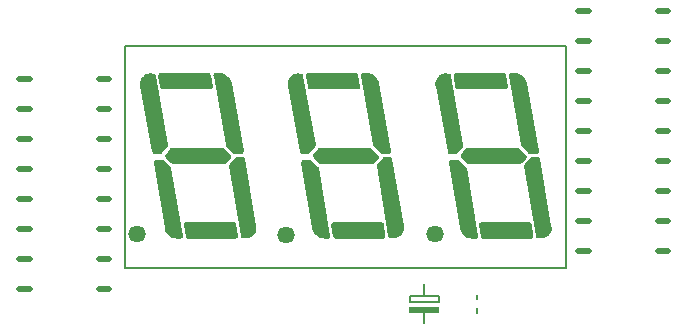
<source format=gbr>
G04 EAGLE Gerber RS-274X export*
G75*
%MOMM*%
%FSLAX34Y34*%
%LPD*%
%INSilkscreen Bottom*%
%IPPOS*%
%AMOC8*
5,1,8,0,0,1.08239X$1,22.5*%
G01*
%ADD10C,0.508000*%
%ADD11C,0.203200*%
%ADD12C,1.461000*%
%ADD13C,0.152400*%
%ADD14R,2.540000X0.508000*%

G36*
X344869Y153855D02*
X344869Y153855D01*
X346194Y154021D01*
X346264Y154037D01*
X346336Y154044D01*
X346574Y154108D01*
X346582Y154110D01*
X346584Y154111D01*
X346586Y154111D01*
X347850Y154541D01*
X347916Y154571D01*
X347985Y154592D01*
X348205Y154703D01*
X348213Y154706D01*
X348214Y154708D01*
X348217Y154709D01*
X349368Y155385D01*
X349426Y155427D01*
X349490Y155462D01*
X349684Y155615D01*
X349690Y155620D01*
X349691Y155621D01*
X349693Y155623D01*
X350685Y156517D01*
X350733Y156571D01*
X350788Y156617D01*
X350946Y156806D01*
X350952Y156812D01*
X350953Y156814D01*
X350955Y156816D01*
X351746Y157892D01*
X351782Y157954D01*
X351827Y158011D01*
X351944Y158228D01*
X351948Y158235D01*
X351949Y158236D01*
X351950Y158239D01*
X352508Y159452D01*
X352531Y159520D01*
X352563Y159585D01*
X352634Y159821D01*
X352637Y159829D01*
X352637Y159830D01*
X352638Y159833D01*
X352939Y161134D01*
X352948Y161205D01*
X352967Y161275D01*
X352989Y161521D01*
X352990Y161529D01*
X352990Y161531D01*
X352990Y161534D01*
X353023Y162868D01*
X353017Y162940D01*
X353021Y163012D01*
X352993Y163258D01*
X352993Y163265D01*
X352992Y163267D01*
X352992Y163270D01*
X352756Y164576D01*
X343185Y220870D01*
X343167Y220935D01*
X343158Y221001D01*
X343115Y221126D01*
X343079Y221254D01*
X343049Y221314D01*
X343027Y221377D01*
X342959Y221491D01*
X342899Y221609D01*
X342858Y221662D01*
X342823Y221719D01*
X342734Y221817D01*
X342652Y221921D01*
X342601Y221964D01*
X342556Y222014D01*
X342449Y222092D01*
X342347Y222178D01*
X342288Y222210D01*
X342234Y222249D01*
X342114Y222305D01*
X341998Y222368D01*
X341933Y222388D01*
X341873Y222416D01*
X341744Y222446D01*
X341617Y222485D01*
X341550Y222492D01*
X341485Y222507D01*
X341226Y222524D01*
X336578Y222524D01*
X336442Y222511D01*
X336306Y222506D01*
X336245Y222491D01*
X336182Y222484D01*
X336052Y222444D01*
X335919Y222412D01*
X335862Y222385D01*
X335801Y222366D01*
X335682Y222301D01*
X335559Y222243D01*
X335508Y222205D01*
X335452Y222175D01*
X335348Y222087D01*
X335239Y222005D01*
X335180Y221944D01*
X335148Y221917D01*
X335122Y221884D01*
X335059Y221818D01*
X330474Y216382D01*
X330402Y216277D01*
X330322Y216177D01*
X330290Y216113D01*
X330249Y216054D01*
X330199Y215936D01*
X330141Y215822D01*
X330122Y215753D01*
X330094Y215687D01*
X330069Y215562D01*
X330035Y215438D01*
X330030Y215367D01*
X330015Y215296D01*
X330016Y215169D01*
X330007Y215041D01*
X330016Y214943D01*
X330016Y214898D01*
X330024Y214860D01*
X330031Y214783D01*
X339634Y155589D01*
X339647Y155542D01*
X339652Y155494D01*
X339698Y155350D01*
X339737Y155204D01*
X339759Y155161D01*
X339773Y155115D01*
X339847Y154983D01*
X339915Y154848D01*
X339944Y154809D01*
X339968Y154767D01*
X340067Y154653D01*
X340160Y154534D01*
X340196Y154502D01*
X340228Y154466D01*
X340347Y154373D01*
X340462Y154275D01*
X340505Y154251D01*
X340543Y154222D01*
X340678Y154155D01*
X340811Y154082D01*
X340857Y154067D01*
X340900Y154046D01*
X341046Y154007D01*
X341190Y153962D01*
X341238Y153957D01*
X341285Y153944D01*
X341543Y153920D01*
X344569Y153840D01*
X344590Y153842D01*
X344610Y153840D01*
X344869Y153855D01*
G37*
G36*
X469869Y153855D02*
X469869Y153855D01*
X471194Y154021D01*
X471264Y154037D01*
X471336Y154044D01*
X471574Y154108D01*
X471582Y154110D01*
X471584Y154111D01*
X471586Y154111D01*
X472850Y154541D01*
X472916Y154571D01*
X472985Y154592D01*
X473205Y154703D01*
X473213Y154706D01*
X473214Y154708D01*
X473217Y154709D01*
X474368Y155385D01*
X474426Y155427D01*
X474490Y155462D01*
X474684Y155615D01*
X474690Y155620D01*
X474691Y155621D01*
X474693Y155623D01*
X475685Y156517D01*
X475733Y156571D01*
X475788Y156617D01*
X475946Y156806D01*
X475952Y156812D01*
X475953Y156814D01*
X475955Y156816D01*
X476746Y157892D01*
X476782Y157954D01*
X476827Y158011D01*
X476944Y158228D01*
X476948Y158235D01*
X476949Y158236D01*
X476950Y158239D01*
X477508Y159452D01*
X477531Y159520D01*
X477563Y159585D01*
X477634Y159821D01*
X477637Y159829D01*
X477637Y159830D01*
X477638Y159833D01*
X477939Y161134D01*
X477948Y161205D01*
X477967Y161275D01*
X477989Y161521D01*
X477990Y161529D01*
X477990Y161531D01*
X477990Y161534D01*
X478023Y162868D01*
X478017Y162940D01*
X478021Y163012D01*
X477993Y163258D01*
X477993Y163265D01*
X477992Y163267D01*
X477992Y163270D01*
X477756Y164576D01*
X468185Y220870D01*
X468167Y220935D01*
X468158Y221001D01*
X468115Y221126D01*
X468079Y221254D01*
X468049Y221314D01*
X468027Y221377D01*
X467959Y221491D01*
X467899Y221609D01*
X467858Y221662D01*
X467823Y221719D01*
X467734Y221817D01*
X467652Y221921D01*
X467601Y221964D01*
X467556Y222014D01*
X467449Y222092D01*
X467347Y222178D01*
X467288Y222210D01*
X467234Y222249D01*
X467114Y222305D01*
X466998Y222368D01*
X466933Y222388D01*
X466873Y222416D01*
X466744Y222446D01*
X466617Y222485D01*
X466550Y222492D01*
X466485Y222507D01*
X466226Y222524D01*
X461578Y222524D01*
X461442Y222511D01*
X461306Y222506D01*
X461245Y222491D01*
X461182Y222484D01*
X461052Y222444D01*
X460919Y222412D01*
X460862Y222385D01*
X460801Y222366D01*
X460682Y222301D01*
X460559Y222243D01*
X460508Y222205D01*
X460452Y222175D01*
X460348Y222087D01*
X460239Y222005D01*
X460180Y221944D01*
X460148Y221917D01*
X460122Y221884D01*
X460059Y221818D01*
X455474Y216382D01*
X455402Y216277D01*
X455322Y216177D01*
X455290Y216113D01*
X455249Y216054D01*
X455199Y215936D01*
X455141Y215822D01*
X455122Y215753D01*
X455094Y215687D01*
X455069Y215562D01*
X455035Y215438D01*
X455030Y215367D01*
X455015Y215296D01*
X455016Y215169D01*
X455007Y215041D01*
X455016Y214943D01*
X455016Y214898D01*
X455024Y214860D01*
X455031Y214783D01*
X464634Y155589D01*
X464647Y155542D01*
X464652Y155494D01*
X464698Y155350D01*
X464737Y155204D01*
X464759Y155161D01*
X464773Y155115D01*
X464847Y154983D01*
X464915Y154848D01*
X464944Y154809D01*
X464968Y154767D01*
X465067Y154653D01*
X465160Y154534D01*
X465196Y154502D01*
X465228Y154466D01*
X465347Y154373D01*
X465462Y154275D01*
X465505Y154251D01*
X465543Y154222D01*
X465678Y154155D01*
X465811Y154082D01*
X465857Y154067D01*
X465900Y154046D01*
X466046Y154007D01*
X466190Y153962D01*
X466238Y153957D01*
X466285Y153944D01*
X466543Y153920D01*
X469569Y153840D01*
X469590Y153842D01*
X469610Y153840D01*
X469869Y153855D01*
G37*
G36*
X594869Y153855D02*
X594869Y153855D01*
X596194Y154021D01*
X596264Y154037D01*
X596336Y154044D01*
X596574Y154108D01*
X596582Y154110D01*
X596584Y154111D01*
X596586Y154111D01*
X597850Y154541D01*
X597916Y154571D01*
X597985Y154592D01*
X598205Y154703D01*
X598213Y154706D01*
X598214Y154708D01*
X598217Y154709D01*
X599368Y155385D01*
X599426Y155427D01*
X599490Y155462D01*
X599684Y155615D01*
X599690Y155620D01*
X599691Y155621D01*
X599693Y155623D01*
X600685Y156517D01*
X600733Y156571D01*
X600788Y156617D01*
X600946Y156806D01*
X600952Y156812D01*
X600953Y156814D01*
X600955Y156816D01*
X601746Y157892D01*
X601782Y157954D01*
X601827Y158011D01*
X601944Y158228D01*
X601948Y158235D01*
X601949Y158236D01*
X601950Y158239D01*
X602508Y159452D01*
X602531Y159520D01*
X602563Y159585D01*
X602634Y159821D01*
X602637Y159829D01*
X602637Y159830D01*
X602638Y159833D01*
X602939Y161134D01*
X602948Y161205D01*
X602967Y161275D01*
X602989Y161521D01*
X602990Y161529D01*
X602990Y161531D01*
X602990Y161534D01*
X603023Y162868D01*
X603017Y162940D01*
X603021Y163012D01*
X602993Y163258D01*
X602993Y163265D01*
X602992Y163267D01*
X602992Y163270D01*
X602756Y164576D01*
X593185Y220870D01*
X593167Y220935D01*
X593158Y221001D01*
X593115Y221126D01*
X593079Y221254D01*
X593049Y221314D01*
X593027Y221377D01*
X592959Y221491D01*
X592899Y221609D01*
X592858Y221662D01*
X592823Y221719D01*
X592734Y221817D01*
X592652Y221921D01*
X592601Y221964D01*
X592556Y222014D01*
X592449Y222092D01*
X592347Y222178D01*
X592288Y222210D01*
X592234Y222249D01*
X592114Y222305D01*
X591998Y222368D01*
X591933Y222388D01*
X591873Y222416D01*
X591744Y222446D01*
X591617Y222485D01*
X591550Y222492D01*
X591485Y222507D01*
X591226Y222524D01*
X586578Y222524D01*
X586442Y222511D01*
X586306Y222506D01*
X586245Y222491D01*
X586182Y222484D01*
X586052Y222444D01*
X585919Y222412D01*
X585862Y222385D01*
X585801Y222366D01*
X585682Y222301D01*
X585559Y222243D01*
X585508Y222205D01*
X585452Y222175D01*
X585348Y222087D01*
X585239Y222005D01*
X585180Y221944D01*
X585148Y221917D01*
X585122Y221884D01*
X585059Y221818D01*
X580474Y216382D01*
X580402Y216277D01*
X580322Y216177D01*
X580290Y216113D01*
X580249Y216054D01*
X580199Y215936D01*
X580141Y215822D01*
X580122Y215753D01*
X580094Y215687D01*
X580069Y215562D01*
X580035Y215438D01*
X580030Y215367D01*
X580015Y215296D01*
X580016Y215169D01*
X580007Y215041D01*
X580016Y214943D01*
X580016Y214898D01*
X580024Y214860D01*
X580031Y214783D01*
X589634Y155589D01*
X589647Y155542D01*
X589652Y155494D01*
X589698Y155350D01*
X589737Y155204D01*
X589759Y155161D01*
X589773Y155115D01*
X589847Y154983D01*
X589915Y154848D01*
X589944Y154809D01*
X589968Y154767D01*
X590067Y154653D01*
X590160Y154534D01*
X590196Y154502D01*
X590228Y154466D01*
X590347Y154373D01*
X590462Y154275D01*
X590505Y154251D01*
X590543Y154222D01*
X590678Y154155D01*
X590811Y154082D01*
X590857Y154067D01*
X590900Y154046D01*
X591046Y154007D01*
X591190Y153962D01*
X591238Y153957D01*
X591285Y153944D01*
X591543Y153920D01*
X594569Y153840D01*
X594590Y153842D01*
X594610Y153840D01*
X594869Y153855D01*
G37*
G36*
X340254Y225156D02*
X340254Y225156D01*
X340261Y225156D01*
X340452Y225176D01*
X340643Y225196D01*
X340650Y225198D01*
X340657Y225198D01*
X340841Y225257D01*
X341024Y225314D01*
X341030Y225317D01*
X341036Y225319D01*
X341204Y225413D01*
X341373Y225505D01*
X341378Y225510D01*
X341384Y225513D01*
X341528Y225637D01*
X341677Y225763D01*
X341681Y225768D01*
X341686Y225773D01*
X341804Y225924D01*
X341923Y226075D01*
X341926Y226082D01*
X341931Y226087D01*
X342016Y226260D01*
X342102Y226431D01*
X342104Y226438D01*
X342107Y226444D01*
X342157Y226630D01*
X342207Y226815D01*
X342208Y226822D01*
X342209Y226829D01*
X342221Y227021D01*
X342233Y227213D01*
X342232Y227219D01*
X342233Y227226D01*
X342205Y227485D01*
X332175Y284977D01*
X332173Y284984D01*
X332172Y284992D01*
X332109Y285244D01*
X331574Y286904D01*
X331549Y286961D01*
X331532Y287022D01*
X331422Y287257D01*
X330578Y288783D01*
X330542Y288834D01*
X330514Y288890D01*
X330360Y289099D01*
X329238Y290434D01*
X329193Y290478D01*
X329155Y290527D01*
X328964Y290703D01*
X327606Y291797D01*
X327553Y291831D01*
X327506Y291873D01*
X327285Y292008D01*
X325741Y292820D01*
X325683Y292844D01*
X325629Y292875D01*
X325386Y292965D01*
X323715Y293465D01*
X323653Y293477D01*
X323594Y293497D01*
X323338Y293539D01*
X321602Y293708D01*
X321555Y293708D01*
X321410Y293717D01*
X318718Y293717D01*
X318711Y293717D01*
X318703Y293717D01*
X318512Y293697D01*
X318322Y293677D01*
X318315Y293675D01*
X318307Y293674D01*
X318124Y293616D01*
X317941Y293559D01*
X317935Y293556D01*
X317928Y293553D01*
X317761Y293460D01*
X317592Y293368D01*
X317587Y293363D01*
X317580Y293359D01*
X317434Y293234D01*
X317288Y293110D01*
X317284Y293105D01*
X317278Y293100D01*
X317160Y292947D01*
X317042Y292798D01*
X317039Y292791D01*
X317034Y292785D01*
X316949Y292613D01*
X316863Y292442D01*
X316861Y292435D01*
X316857Y292428D01*
X316808Y292243D01*
X316758Y292058D01*
X316757Y292050D01*
X316756Y292043D01*
X316745Y291853D01*
X316732Y291660D01*
X316733Y291653D01*
X316733Y291646D01*
X316761Y291387D01*
X327037Y232671D01*
X327052Y232615D01*
X327060Y232557D01*
X327106Y232424D01*
X327144Y232288D01*
X327171Y232236D01*
X327190Y232181D01*
X327262Y232059D01*
X327326Y231934D01*
X327362Y231888D01*
X327392Y231838D01*
X327559Y231639D01*
X333185Y225768D01*
X333241Y225720D01*
X333290Y225666D01*
X333392Y225591D01*
X333488Y225510D01*
X333552Y225474D01*
X333612Y225431D01*
X333726Y225378D01*
X333837Y225317D01*
X333907Y225295D01*
X333973Y225264D01*
X334096Y225235D01*
X334216Y225197D01*
X334290Y225190D01*
X334361Y225173D01*
X334600Y225157D01*
X334612Y225156D01*
X334616Y225156D01*
X334620Y225156D01*
X340247Y225156D01*
X340254Y225156D01*
G37*
G36*
X465254Y225156D02*
X465254Y225156D01*
X465261Y225156D01*
X465452Y225176D01*
X465643Y225196D01*
X465650Y225198D01*
X465657Y225198D01*
X465841Y225257D01*
X466024Y225314D01*
X466030Y225317D01*
X466036Y225319D01*
X466204Y225413D01*
X466373Y225505D01*
X466378Y225510D01*
X466384Y225513D01*
X466528Y225637D01*
X466677Y225763D01*
X466681Y225768D01*
X466686Y225773D01*
X466804Y225924D01*
X466923Y226075D01*
X466926Y226082D01*
X466931Y226087D01*
X467016Y226260D01*
X467102Y226431D01*
X467104Y226438D01*
X467107Y226444D01*
X467157Y226630D01*
X467207Y226815D01*
X467208Y226822D01*
X467209Y226829D01*
X467221Y227021D01*
X467233Y227213D01*
X467232Y227219D01*
X467233Y227226D01*
X467205Y227485D01*
X457175Y284977D01*
X457173Y284984D01*
X457172Y284992D01*
X457109Y285244D01*
X456574Y286904D01*
X456549Y286961D01*
X456532Y287022D01*
X456422Y287257D01*
X455578Y288783D01*
X455542Y288834D01*
X455514Y288890D01*
X455360Y289099D01*
X454238Y290434D01*
X454193Y290478D01*
X454155Y290527D01*
X453964Y290703D01*
X452606Y291797D01*
X452553Y291831D01*
X452506Y291873D01*
X452285Y292008D01*
X450741Y292820D01*
X450683Y292844D01*
X450629Y292875D01*
X450386Y292965D01*
X448715Y293465D01*
X448653Y293477D01*
X448594Y293497D01*
X448338Y293539D01*
X446602Y293708D01*
X446555Y293708D01*
X446410Y293717D01*
X443718Y293717D01*
X443711Y293717D01*
X443703Y293717D01*
X443512Y293697D01*
X443322Y293677D01*
X443315Y293675D01*
X443307Y293674D01*
X443124Y293616D01*
X442941Y293559D01*
X442935Y293556D01*
X442928Y293553D01*
X442761Y293460D01*
X442592Y293368D01*
X442587Y293363D01*
X442580Y293359D01*
X442434Y293234D01*
X442288Y293110D01*
X442284Y293105D01*
X442278Y293100D01*
X442160Y292947D01*
X442042Y292798D01*
X442039Y292791D01*
X442034Y292785D01*
X441949Y292613D01*
X441863Y292442D01*
X441861Y292435D01*
X441857Y292428D01*
X441808Y292243D01*
X441758Y292058D01*
X441757Y292050D01*
X441756Y292043D01*
X441745Y291853D01*
X441732Y291660D01*
X441733Y291653D01*
X441733Y291646D01*
X441761Y291387D01*
X452037Y232671D01*
X452052Y232615D01*
X452060Y232557D01*
X452106Y232424D01*
X452144Y232288D01*
X452171Y232236D01*
X452190Y232181D01*
X452262Y232059D01*
X452326Y231934D01*
X452362Y231888D01*
X452392Y231838D01*
X452559Y231639D01*
X458185Y225768D01*
X458241Y225720D01*
X458290Y225666D01*
X458392Y225591D01*
X458488Y225510D01*
X458552Y225474D01*
X458612Y225431D01*
X458726Y225378D01*
X458837Y225317D01*
X458907Y225295D01*
X458973Y225264D01*
X459096Y225235D01*
X459216Y225197D01*
X459290Y225190D01*
X459361Y225173D01*
X459600Y225157D01*
X459612Y225156D01*
X459616Y225156D01*
X459620Y225156D01*
X465247Y225156D01*
X465254Y225156D01*
G37*
G36*
X590254Y225156D02*
X590254Y225156D01*
X590261Y225156D01*
X590452Y225176D01*
X590643Y225196D01*
X590650Y225198D01*
X590657Y225198D01*
X590841Y225257D01*
X591024Y225314D01*
X591030Y225317D01*
X591036Y225319D01*
X591204Y225413D01*
X591373Y225505D01*
X591378Y225510D01*
X591384Y225513D01*
X591528Y225637D01*
X591677Y225763D01*
X591681Y225768D01*
X591686Y225773D01*
X591804Y225924D01*
X591923Y226075D01*
X591926Y226082D01*
X591931Y226087D01*
X592016Y226260D01*
X592102Y226431D01*
X592104Y226438D01*
X592107Y226444D01*
X592157Y226630D01*
X592207Y226815D01*
X592208Y226822D01*
X592209Y226829D01*
X592221Y227021D01*
X592233Y227213D01*
X592232Y227219D01*
X592233Y227226D01*
X592205Y227485D01*
X582175Y284977D01*
X582173Y284984D01*
X582172Y284992D01*
X582109Y285244D01*
X581574Y286904D01*
X581549Y286961D01*
X581532Y287022D01*
X581422Y287257D01*
X580578Y288783D01*
X580542Y288834D01*
X580514Y288890D01*
X580360Y289099D01*
X579238Y290434D01*
X579193Y290478D01*
X579155Y290527D01*
X578964Y290703D01*
X577606Y291797D01*
X577553Y291831D01*
X577506Y291873D01*
X577285Y292008D01*
X575741Y292820D01*
X575683Y292844D01*
X575629Y292875D01*
X575386Y292965D01*
X573715Y293465D01*
X573653Y293477D01*
X573594Y293497D01*
X573338Y293539D01*
X571602Y293708D01*
X571555Y293708D01*
X571410Y293717D01*
X568718Y293717D01*
X568711Y293717D01*
X568703Y293717D01*
X568512Y293697D01*
X568322Y293677D01*
X568315Y293675D01*
X568307Y293674D01*
X568124Y293616D01*
X567941Y293559D01*
X567935Y293556D01*
X567928Y293553D01*
X567761Y293460D01*
X567592Y293368D01*
X567587Y293363D01*
X567580Y293359D01*
X567434Y293234D01*
X567288Y293110D01*
X567284Y293105D01*
X567278Y293100D01*
X567160Y292947D01*
X567042Y292798D01*
X567039Y292791D01*
X567034Y292785D01*
X566949Y292613D01*
X566863Y292442D01*
X566861Y292435D01*
X566857Y292428D01*
X566808Y292243D01*
X566758Y292058D01*
X566757Y292050D01*
X566756Y292043D01*
X566745Y291853D01*
X566732Y291660D01*
X566733Y291653D01*
X566733Y291646D01*
X566761Y291387D01*
X577037Y232671D01*
X577052Y232615D01*
X577060Y232557D01*
X577106Y232424D01*
X577144Y232288D01*
X577171Y232236D01*
X577190Y232181D01*
X577262Y232059D01*
X577326Y231934D01*
X577362Y231888D01*
X577392Y231838D01*
X577559Y231639D01*
X583185Y225768D01*
X583241Y225720D01*
X583290Y225666D01*
X583392Y225591D01*
X583488Y225510D01*
X583552Y225474D01*
X583612Y225431D01*
X583726Y225378D01*
X583837Y225317D01*
X583907Y225295D01*
X583973Y225264D01*
X584096Y225235D01*
X584216Y225197D01*
X584290Y225190D01*
X584361Y225173D01*
X584600Y225157D01*
X584612Y225156D01*
X584616Y225156D01*
X584620Y225156D01*
X590247Y225156D01*
X590254Y225156D01*
G37*
G36*
X396808Y225169D02*
X396808Y225169D01*
X396944Y225174D01*
X397005Y225189D01*
X397068Y225196D01*
X397198Y225236D01*
X397331Y225268D01*
X397388Y225295D01*
X397449Y225314D01*
X397568Y225379D01*
X397691Y225437D01*
X397742Y225475D01*
X397798Y225505D01*
X397902Y225593D01*
X398011Y225675D01*
X398070Y225736D01*
X398102Y225763D01*
X398128Y225796D01*
X398191Y225862D01*
X402776Y231298D01*
X402856Y231414D01*
X402942Y231526D01*
X402968Y231578D01*
X403001Y231626D01*
X403056Y231756D01*
X403118Y231883D01*
X403133Y231939D01*
X403156Y231993D01*
X403184Y232132D01*
X403220Y232268D01*
X403223Y232326D01*
X403235Y232384D01*
X403234Y232525D01*
X403242Y232666D01*
X403234Y232743D01*
X403234Y232782D01*
X403225Y232826D01*
X403214Y232924D01*
X392878Y291629D01*
X392869Y291662D01*
X392865Y291697D01*
X392815Y291853D01*
X392770Y292012D01*
X392754Y292043D01*
X392744Y292076D01*
X392663Y292220D01*
X392588Y292366D01*
X392566Y292393D01*
X392549Y292424D01*
X392442Y292548D01*
X392339Y292677D01*
X392312Y292699D01*
X392289Y292725D01*
X392159Y292826D01*
X392033Y292931D01*
X392002Y292948D01*
X391974Y292969D01*
X391827Y293042D01*
X391682Y293120D01*
X391648Y293130D01*
X391617Y293145D01*
X391458Y293187D01*
X391301Y293235D01*
X391266Y293238D01*
X391232Y293247D01*
X390974Y293271D01*
X387948Y293351D01*
X387927Y293349D01*
X387907Y293351D01*
X387648Y293336D01*
X386323Y293170D01*
X386253Y293154D01*
X386181Y293147D01*
X385943Y293083D01*
X385935Y293081D01*
X385933Y293081D01*
X385931Y293080D01*
X384666Y292650D01*
X384601Y292620D01*
X384532Y292599D01*
X384311Y292488D01*
X384304Y292485D01*
X384303Y292484D01*
X384300Y292483D01*
X383149Y291807D01*
X383090Y291764D01*
X383027Y291730D01*
X382834Y291577D01*
X382827Y291572D01*
X382826Y291570D01*
X382823Y291569D01*
X381832Y290674D01*
X381784Y290621D01*
X381729Y290574D01*
X381570Y290386D01*
X381564Y290379D01*
X381563Y290378D01*
X381562Y290376D01*
X380771Y289300D01*
X380734Y289238D01*
X380690Y289181D01*
X380572Y288963D01*
X380568Y288957D01*
X380568Y288955D01*
X380566Y288953D01*
X380009Y287740D01*
X379985Y287671D01*
X379953Y287607D01*
X379882Y287370D01*
X379879Y287363D01*
X379879Y287361D01*
X379878Y287358D01*
X379577Y286057D01*
X379568Y285986D01*
X379550Y285916D01*
X379527Y285670D01*
X379526Y285662D01*
X379526Y285661D01*
X379526Y285658D01*
X379493Y284323D01*
X379499Y284251D01*
X379495Y284179D01*
X379523Y283933D01*
X379523Y283926D01*
X379524Y283924D01*
X379524Y283921D01*
X379761Y282607D01*
X379762Y282604D01*
X379763Y282599D01*
X390070Y226782D01*
X390085Y226731D01*
X390092Y226679D01*
X390140Y226541D01*
X390181Y226400D01*
X390206Y226353D01*
X390223Y226303D01*
X390298Y226177D01*
X390366Y226047D01*
X390400Y226006D01*
X390427Y225961D01*
X390525Y225852D01*
X390618Y225739D01*
X390659Y225705D01*
X390694Y225666D01*
X390813Y225579D01*
X390926Y225487D01*
X390973Y225462D01*
X391016Y225431D01*
X391149Y225369D01*
X391278Y225301D01*
X391329Y225286D01*
X391377Y225264D01*
X391520Y225230D01*
X391661Y225189D01*
X391713Y225185D01*
X391765Y225173D01*
X392024Y225156D01*
X396672Y225156D01*
X396808Y225169D01*
G37*
G36*
X271808Y225169D02*
X271808Y225169D01*
X271944Y225174D01*
X272005Y225189D01*
X272068Y225196D01*
X272198Y225236D01*
X272331Y225268D01*
X272388Y225295D01*
X272449Y225314D01*
X272568Y225379D01*
X272691Y225437D01*
X272742Y225475D01*
X272798Y225505D01*
X272902Y225593D01*
X273011Y225675D01*
X273070Y225736D01*
X273102Y225763D01*
X273128Y225796D01*
X273191Y225862D01*
X277776Y231298D01*
X277856Y231414D01*
X277942Y231526D01*
X277968Y231578D01*
X278001Y231626D01*
X278056Y231756D01*
X278118Y231883D01*
X278133Y231939D01*
X278156Y231993D01*
X278184Y232132D01*
X278220Y232268D01*
X278223Y232326D01*
X278235Y232384D01*
X278234Y232525D01*
X278242Y232666D01*
X278234Y232743D01*
X278234Y232782D01*
X278225Y232826D01*
X278214Y232924D01*
X267878Y291629D01*
X267869Y291662D01*
X267865Y291697D01*
X267815Y291853D01*
X267770Y292012D01*
X267754Y292043D01*
X267744Y292076D01*
X267663Y292220D01*
X267588Y292366D01*
X267566Y292393D01*
X267549Y292424D01*
X267442Y292548D01*
X267339Y292677D01*
X267312Y292699D01*
X267289Y292725D01*
X267159Y292826D01*
X267033Y292931D01*
X267002Y292948D01*
X266974Y292969D01*
X266827Y293042D01*
X266682Y293120D01*
X266648Y293130D01*
X266617Y293145D01*
X266458Y293187D01*
X266301Y293235D01*
X266266Y293238D01*
X266232Y293247D01*
X265974Y293271D01*
X262948Y293351D01*
X262927Y293349D01*
X262907Y293351D01*
X262648Y293336D01*
X261323Y293170D01*
X261253Y293154D01*
X261181Y293147D01*
X260943Y293083D01*
X260935Y293081D01*
X260933Y293081D01*
X260931Y293080D01*
X259666Y292650D01*
X259601Y292620D01*
X259532Y292599D01*
X259311Y292488D01*
X259304Y292485D01*
X259303Y292484D01*
X259300Y292483D01*
X258149Y291807D01*
X258090Y291764D01*
X258027Y291730D01*
X257834Y291577D01*
X257827Y291572D01*
X257826Y291570D01*
X257823Y291569D01*
X256832Y290674D01*
X256784Y290621D01*
X256729Y290574D01*
X256570Y290386D01*
X256564Y290379D01*
X256563Y290378D01*
X256562Y290376D01*
X255771Y289300D01*
X255734Y289238D01*
X255690Y289181D01*
X255572Y288963D01*
X255568Y288957D01*
X255568Y288955D01*
X255566Y288953D01*
X255009Y287740D01*
X254985Y287671D01*
X254953Y287607D01*
X254882Y287370D01*
X254879Y287363D01*
X254879Y287361D01*
X254878Y287358D01*
X254577Y286057D01*
X254568Y285986D01*
X254550Y285916D01*
X254527Y285670D01*
X254526Y285662D01*
X254526Y285661D01*
X254526Y285658D01*
X254493Y284323D01*
X254499Y284251D01*
X254495Y284179D01*
X254523Y283933D01*
X254523Y283926D01*
X254524Y283924D01*
X254524Y283921D01*
X254761Y282607D01*
X254762Y282604D01*
X254763Y282599D01*
X265070Y226782D01*
X265085Y226731D01*
X265092Y226679D01*
X265140Y226541D01*
X265181Y226400D01*
X265206Y226353D01*
X265223Y226303D01*
X265298Y226177D01*
X265366Y226047D01*
X265400Y226006D01*
X265427Y225961D01*
X265525Y225852D01*
X265618Y225739D01*
X265659Y225705D01*
X265694Y225666D01*
X265813Y225579D01*
X265926Y225487D01*
X265973Y225462D01*
X266016Y225431D01*
X266149Y225369D01*
X266278Y225301D01*
X266329Y225286D01*
X266377Y225264D01*
X266520Y225230D01*
X266661Y225189D01*
X266713Y225185D01*
X266765Y225173D01*
X267024Y225156D01*
X271672Y225156D01*
X271808Y225169D01*
G37*
G36*
X521808Y225169D02*
X521808Y225169D01*
X521944Y225174D01*
X522005Y225189D01*
X522068Y225196D01*
X522198Y225236D01*
X522331Y225268D01*
X522388Y225295D01*
X522449Y225314D01*
X522568Y225379D01*
X522691Y225437D01*
X522742Y225475D01*
X522798Y225505D01*
X522902Y225593D01*
X523011Y225675D01*
X523070Y225736D01*
X523102Y225763D01*
X523128Y225796D01*
X523191Y225862D01*
X527776Y231298D01*
X527856Y231414D01*
X527942Y231526D01*
X527968Y231578D01*
X528001Y231626D01*
X528056Y231756D01*
X528118Y231883D01*
X528133Y231939D01*
X528156Y231993D01*
X528184Y232132D01*
X528220Y232268D01*
X528223Y232326D01*
X528235Y232384D01*
X528234Y232525D01*
X528242Y232666D01*
X528234Y232743D01*
X528234Y232782D01*
X528225Y232826D01*
X528214Y232924D01*
X517878Y291629D01*
X517869Y291662D01*
X517865Y291697D01*
X517815Y291853D01*
X517770Y292012D01*
X517754Y292043D01*
X517744Y292076D01*
X517663Y292220D01*
X517588Y292366D01*
X517566Y292393D01*
X517549Y292424D01*
X517442Y292548D01*
X517339Y292677D01*
X517312Y292699D01*
X517289Y292725D01*
X517159Y292826D01*
X517033Y292931D01*
X517002Y292948D01*
X516974Y292969D01*
X516827Y293042D01*
X516682Y293120D01*
X516648Y293130D01*
X516617Y293145D01*
X516458Y293187D01*
X516301Y293235D01*
X516266Y293238D01*
X516232Y293247D01*
X515974Y293271D01*
X512948Y293351D01*
X512927Y293349D01*
X512907Y293351D01*
X512648Y293336D01*
X511323Y293170D01*
X511253Y293154D01*
X511181Y293147D01*
X510943Y293083D01*
X510935Y293081D01*
X510933Y293081D01*
X510931Y293080D01*
X509666Y292650D01*
X509601Y292620D01*
X509532Y292599D01*
X509311Y292488D01*
X509304Y292485D01*
X509303Y292484D01*
X509300Y292483D01*
X508149Y291807D01*
X508090Y291764D01*
X508027Y291730D01*
X507834Y291577D01*
X507827Y291572D01*
X507826Y291570D01*
X507823Y291569D01*
X506832Y290674D01*
X506784Y290621D01*
X506729Y290574D01*
X506570Y290386D01*
X506564Y290379D01*
X506563Y290378D01*
X506562Y290376D01*
X505771Y289300D01*
X505734Y289238D01*
X505690Y289181D01*
X505572Y288963D01*
X505568Y288957D01*
X505568Y288955D01*
X505566Y288953D01*
X505009Y287740D01*
X504985Y287671D01*
X504953Y287607D01*
X504882Y287370D01*
X504879Y287363D01*
X504879Y287361D01*
X504878Y287358D01*
X504577Y286057D01*
X504568Y285986D01*
X504550Y285916D01*
X504527Y285670D01*
X504526Y285662D01*
X504526Y285661D01*
X504526Y285658D01*
X504493Y284323D01*
X504499Y284251D01*
X504495Y284179D01*
X504523Y283933D01*
X504523Y283926D01*
X504524Y283924D01*
X504524Y283921D01*
X504761Y282607D01*
X504762Y282604D01*
X504763Y282599D01*
X515070Y226782D01*
X515085Y226731D01*
X515092Y226679D01*
X515140Y226541D01*
X515181Y226400D01*
X515206Y226353D01*
X515223Y226303D01*
X515298Y226177D01*
X515366Y226047D01*
X515400Y226006D01*
X515427Y225961D01*
X515525Y225852D01*
X515618Y225739D01*
X515659Y225705D01*
X515694Y225666D01*
X515813Y225579D01*
X515926Y225487D01*
X515973Y225462D01*
X516016Y225431D01*
X516149Y225369D01*
X516278Y225301D01*
X516329Y225286D01*
X516377Y225264D01*
X516520Y225230D01*
X516661Y225189D01*
X516713Y225185D01*
X516765Y225173D01*
X517024Y225156D01*
X521672Y225156D01*
X521808Y225169D01*
G37*
G36*
X288802Y153474D02*
X288802Y153474D01*
X288805Y153474D01*
X289001Y153494D01*
X289194Y153514D01*
X289198Y153515D01*
X289201Y153515D01*
X289388Y153574D01*
X289575Y153632D01*
X289578Y153633D01*
X289581Y153635D01*
X289750Y153728D01*
X289924Y153823D01*
X289926Y153826D01*
X289930Y153827D01*
X290074Y153950D01*
X290228Y154081D01*
X290230Y154083D01*
X290233Y154086D01*
X290350Y154236D01*
X290474Y154393D01*
X290476Y154397D01*
X290478Y154399D01*
X290564Y154572D01*
X290653Y154749D01*
X290654Y154752D01*
X290656Y154756D01*
X290706Y154943D01*
X290758Y155133D01*
X290758Y155137D01*
X290759Y155140D01*
X290771Y155336D01*
X290784Y155531D01*
X290784Y155534D01*
X290784Y155538D01*
X290757Y155796D01*
X280971Y213044D01*
X280949Y213124D01*
X280936Y213207D01*
X280896Y213316D01*
X280865Y213428D01*
X280827Y213502D01*
X280798Y213580D01*
X280737Y213679D01*
X280684Y213783D01*
X280632Y213848D01*
X280588Y213919D01*
X280457Y214068D01*
X280437Y214095D01*
X280428Y214101D01*
X280417Y214114D01*
X275035Y219496D01*
X274995Y219529D01*
X274960Y219568D01*
X274841Y219655D01*
X274727Y219748D01*
X274681Y219773D01*
X274638Y219803D01*
X274505Y219865D01*
X274374Y219934D01*
X274324Y219948D01*
X274277Y219970D01*
X274134Y220004D01*
X273992Y220045D01*
X273940Y220049D01*
X273889Y220061D01*
X273630Y220078D01*
X268003Y220078D01*
X267673Y220045D01*
X267607Y220038D01*
X267362Y219962D01*
X267226Y219920D01*
X267080Y219840D01*
X266877Y219729D01*
X266603Y219496D01*
X266573Y219471D01*
X266461Y219329D01*
X266327Y219159D01*
X266148Y218803D01*
X266077Y218543D01*
X266043Y218419D01*
X266017Y218021D01*
X266043Y217763D01*
X275339Y162228D01*
X275343Y162214D01*
X275344Y162199D01*
X275407Y161947D01*
X275942Y160287D01*
X275967Y160230D01*
X275984Y160169D01*
X276094Y159934D01*
X276938Y158408D01*
X276974Y158357D01*
X277003Y158301D01*
X277156Y158091D01*
X278278Y156757D01*
X278323Y156713D01*
X278362Y156663D01*
X278553Y156488D01*
X279911Y155394D01*
X279963Y155360D01*
X280011Y155318D01*
X280232Y155183D01*
X281775Y154371D01*
X281834Y154347D01*
X281888Y154316D01*
X282131Y154225D01*
X283802Y153726D01*
X283864Y153714D01*
X283923Y153694D01*
X284179Y153652D01*
X285915Y153483D01*
X285962Y153483D01*
X286107Y153474D01*
X288798Y153474D01*
X288802Y153474D01*
G37*
G36*
X413802Y153474D02*
X413802Y153474D01*
X413805Y153474D01*
X414001Y153494D01*
X414194Y153514D01*
X414198Y153515D01*
X414201Y153515D01*
X414388Y153574D01*
X414575Y153632D01*
X414578Y153633D01*
X414581Y153635D01*
X414750Y153728D01*
X414924Y153823D01*
X414926Y153826D01*
X414930Y153827D01*
X415074Y153950D01*
X415228Y154081D01*
X415230Y154083D01*
X415233Y154086D01*
X415350Y154236D01*
X415474Y154393D01*
X415476Y154397D01*
X415478Y154399D01*
X415564Y154572D01*
X415653Y154749D01*
X415654Y154752D01*
X415656Y154756D01*
X415706Y154943D01*
X415758Y155133D01*
X415758Y155137D01*
X415759Y155140D01*
X415771Y155336D01*
X415784Y155531D01*
X415784Y155534D01*
X415784Y155538D01*
X415757Y155796D01*
X405971Y213044D01*
X405949Y213124D01*
X405936Y213207D01*
X405896Y213316D01*
X405865Y213428D01*
X405827Y213502D01*
X405798Y213580D01*
X405737Y213679D01*
X405684Y213783D01*
X405632Y213848D01*
X405588Y213919D01*
X405457Y214068D01*
X405437Y214095D01*
X405428Y214101D01*
X405417Y214114D01*
X400035Y219496D01*
X399995Y219529D01*
X399960Y219568D01*
X399841Y219655D01*
X399727Y219748D01*
X399681Y219773D01*
X399638Y219803D01*
X399505Y219865D01*
X399374Y219934D01*
X399324Y219948D01*
X399277Y219970D01*
X399134Y220004D01*
X398992Y220045D01*
X398940Y220049D01*
X398889Y220061D01*
X398630Y220078D01*
X393003Y220078D01*
X392673Y220045D01*
X392607Y220038D01*
X392362Y219962D01*
X392226Y219920D01*
X392080Y219840D01*
X391877Y219729D01*
X391603Y219496D01*
X391573Y219471D01*
X391461Y219329D01*
X391327Y219159D01*
X391148Y218803D01*
X391077Y218543D01*
X391043Y218419D01*
X391017Y218021D01*
X391043Y217763D01*
X400339Y162228D01*
X400343Y162214D01*
X400344Y162199D01*
X400407Y161947D01*
X400942Y160287D01*
X400967Y160230D01*
X400984Y160169D01*
X401094Y159934D01*
X401938Y158408D01*
X401974Y158357D01*
X402003Y158301D01*
X402156Y158091D01*
X403278Y156757D01*
X403323Y156713D01*
X403362Y156663D01*
X403553Y156488D01*
X404911Y155394D01*
X404963Y155360D01*
X405011Y155318D01*
X405232Y155183D01*
X406775Y154371D01*
X406834Y154347D01*
X406888Y154316D01*
X407131Y154225D01*
X408802Y153726D01*
X408864Y153714D01*
X408923Y153694D01*
X409179Y153652D01*
X410915Y153483D01*
X410962Y153483D01*
X411107Y153474D01*
X413798Y153474D01*
X413802Y153474D01*
G37*
G36*
X538802Y153474D02*
X538802Y153474D01*
X538805Y153474D01*
X539001Y153494D01*
X539194Y153514D01*
X539198Y153515D01*
X539201Y153515D01*
X539388Y153574D01*
X539575Y153632D01*
X539578Y153633D01*
X539581Y153635D01*
X539750Y153728D01*
X539924Y153823D01*
X539926Y153826D01*
X539930Y153827D01*
X540074Y153950D01*
X540228Y154081D01*
X540230Y154083D01*
X540233Y154086D01*
X540350Y154236D01*
X540474Y154393D01*
X540476Y154397D01*
X540478Y154399D01*
X540564Y154572D01*
X540653Y154749D01*
X540654Y154752D01*
X540656Y154756D01*
X540706Y154943D01*
X540758Y155133D01*
X540758Y155137D01*
X540759Y155140D01*
X540771Y155336D01*
X540784Y155531D01*
X540784Y155534D01*
X540784Y155538D01*
X540757Y155796D01*
X530971Y213044D01*
X530949Y213124D01*
X530936Y213207D01*
X530896Y213316D01*
X530865Y213428D01*
X530827Y213502D01*
X530798Y213580D01*
X530737Y213679D01*
X530684Y213783D01*
X530632Y213848D01*
X530588Y213919D01*
X530457Y214068D01*
X530437Y214095D01*
X530428Y214101D01*
X530417Y214114D01*
X525035Y219496D01*
X524995Y219529D01*
X524960Y219568D01*
X524841Y219655D01*
X524727Y219748D01*
X524681Y219773D01*
X524638Y219803D01*
X524505Y219865D01*
X524374Y219934D01*
X524324Y219948D01*
X524277Y219970D01*
X524134Y220004D01*
X523992Y220045D01*
X523940Y220049D01*
X523889Y220061D01*
X523630Y220078D01*
X518003Y220078D01*
X517673Y220045D01*
X517607Y220038D01*
X517362Y219962D01*
X517226Y219920D01*
X517080Y219840D01*
X516877Y219729D01*
X516603Y219496D01*
X516573Y219471D01*
X516461Y219329D01*
X516327Y219159D01*
X516148Y218803D01*
X516077Y218543D01*
X516043Y218419D01*
X516017Y218021D01*
X516043Y217763D01*
X525339Y162228D01*
X525343Y162214D01*
X525344Y162199D01*
X525407Y161947D01*
X525942Y160287D01*
X525967Y160230D01*
X525984Y160169D01*
X526094Y159934D01*
X526938Y158408D01*
X526974Y158357D01*
X527003Y158301D01*
X527156Y158091D01*
X528278Y156757D01*
X528323Y156713D01*
X528362Y156663D01*
X528553Y156488D01*
X529911Y155394D01*
X529963Y155360D01*
X530011Y155318D01*
X530232Y155183D01*
X531775Y154371D01*
X531834Y154347D01*
X531888Y154316D01*
X532131Y154225D01*
X533802Y153726D01*
X533864Y153714D01*
X533923Y153694D01*
X534179Y153652D01*
X535915Y153483D01*
X535962Y153483D01*
X536107Y153474D01*
X538798Y153474D01*
X538802Y153474D01*
G37*
G36*
X451354Y216843D02*
X451354Y216843D01*
X451406Y216841D01*
X451552Y216863D01*
X451698Y216878D01*
X451748Y216893D01*
X451800Y216901D01*
X451938Y216952D01*
X452079Y216996D01*
X452124Y217021D01*
X452173Y217039D01*
X452298Y217116D01*
X452428Y217187D01*
X452468Y217221D01*
X452512Y217249D01*
X452707Y217420D01*
X456377Y221090D01*
X456399Y221117D01*
X456426Y221140D01*
X456525Y221271D01*
X456629Y221398D01*
X456645Y221429D01*
X456667Y221457D01*
X456738Y221605D01*
X456815Y221751D01*
X456824Y221784D01*
X456840Y221816D01*
X456880Y221975D01*
X456926Y222133D01*
X456929Y222168D01*
X456937Y222202D01*
X456945Y222366D01*
X456959Y222530D01*
X456955Y222564D01*
X456957Y222599D01*
X456932Y222762D01*
X456912Y222925D01*
X456901Y222958D01*
X456896Y222993D01*
X456839Y223147D01*
X456787Y223303D01*
X456770Y223334D01*
X456758Y223366D01*
X456671Y223506D01*
X456590Y223649D01*
X456567Y223675D01*
X456548Y223705D01*
X456377Y223900D01*
X450261Y230016D01*
X450221Y230049D01*
X450186Y230088D01*
X450067Y230175D01*
X449953Y230268D01*
X449907Y230293D01*
X449864Y230323D01*
X449731Y230385D01*
X449600Y230454D01*
X449550Y230468D01*
X449503Y230490D01*
X449360Y230524D01*
X449218Y230565D01*
X449166Y230569D01*
X449115Y230581D01*
X448856Y230598D01*
X406703Y230598D01*
X406686Y230597D01*
X406669Y230598D01*
X406488Y230577D01*
X406307Y230558D01*
X406291Y230553D01*
X406274Y230551D01*
X406100Y230494D01*
X405926Y230440D01*
X405912Y230432D01*
X405896Y230427D01*
X405738Y230337D01*
X405577Y230249D01*
X405564Y230238D01*
X405550Y230229D01*
X405413Y230110D01*
X405273Y229991D01*
X405263Y229978D01*
X405250Y229967D01*
X405086Y229766D01*
X401416Y224628D01*
X401394Y224590D01*
X401367Y224556D01*
X401295Y224418D01*
X401218Y224282D01*
X401204Y224241D01*
X401185Y224203D01*
X401142Y224052D01*
X401093Y223904D01*
X401088Y223861D01*
X401076Y223819D01*
X401065Y223664D01*
X401046Y223509D01*
X401050Y223465D01*
X401046Y223422D01*
X401066Y223268D01*
X401079Y223112D01*
X401091Y223070D01*
X401096Y223027D01*
X401146Y222880D01*
X401190Y222730D01*
X401210Y222691D01*
X401224Y222650D01*
X401303Y222515D01*
X401375Y222377D01*
X401403Y222343D01*
X401425Y222306D01*
X401590Y222106D01*
X405994Y217458D01*
X406054Y217407D01*
X406107Y217348D01*
X406205Y217277D01*
X406296Y217198D01*
X406365Y217159D01*
X406429Y217113D01*
X406538Y217062D01*
X406643Y217003D01*
X406719Y216979D01*
X406790Y216946D01*
X406907Y216918D01*
X407022Y216881D01*
X407101Y216873D01*
X407178Y216855D01*
X407393Y216841D01*
X407418Y216838D01*
X407425Y216839D01*
X407437Y216838D01*
X451302Y216838D01*
X451354Y216843D01*
G37*
G36*
X576354Y216843D02*
X576354Y216843D01*
X576406Y216841D01*
X576552Y216863D01*
X576698Y216878D01*
X576748Y216893D01*
X576800Y216901D01*
X576938Y216952D01*
X577079Y216996D01*
X577124Y217021D01*
X577173Y217039D01*
X577298Y217116D01*
X577428Y217187D01*
X577468Y217221D01*
X577512Y217249D01*
X577707Y217420D01*
X581377Y221090D01*
X581399Y221117D01*
X581426Y221140D01*
X581525Y221271D01*
X581629Y221398D01*
X581645Y221429D01*
X581667Y221457D01*
X581738Y221605D01*
X581815Y221751D01*
X581824Y221784D01*
X581840Y221816D01*
X581880Y221975D01*
X581926Y222133D01*
X581929Y222168D01*
X581937Y222202D01*
X581945Y222366D01*
X581959Y222530D01*
X581955Y222564D01*
X581957Y222599D01*
X581932Y222762D01*
X581912Y222925D01*
X581901Y222958D01*
X581896Y222993D01*
X581839Y223147D01*
X581787Y223303D01*
X581770Y223334D01*
X581758Y223366D01*
X581671Y223506D01*
X581590Y223649D01*
X581567Y223675D01*
X581548Y223705D01*
X581377Y223900D01*
X575261Y230016D01*
X575221Y230049D01*
X575186Y230088D01*
X575067Y230175D01*
X574953Y230268D01*
X574907Y230293D01*
X574864Y230323D01*
X574731Y230385D01*
X574600Y230454D01*
X574550Y230468D01*
X574503Y230490D01*
X574360Y230524D01*
X574218Y230565D01*
X574166Y230569D01*
X574115Y230581D01*
X573856Y230598D01*
X531703Y230598D01*
X531686Y230597D01*
X531669Y230598D01*
X531488Y230577D01*
X531307Y230558D01*
X531291Y230553D01*
X531274Y230551D01*
X531100Y230494D01*
X530926Y230440D01*
X530912Y230432D01*
X530896Y230427D01*
X530738Y230337D01*
X530577Y230249D01*
X530564Y230238D01*
X530550Y230229D01*
X530413Y230110D01*
X530273Y229991D01*
X530263Y229978D01*
X530250Y229967D01*
X530086Y229766D01*
X526416Y224628D01*
X526394Y224590D01*
X526367Y224556D01*
X526295Y224418D01*
X526218Y224282D01*
X526204Y224241D01*
X526185Y224203D01*
X526142Y224052D01*
X526093Y223904D01*
X526088Y223861D01*
X526076Y223819D01*
X526065Y223664D01*
X526046Y223509D01*
X526050Y223465D01*
X526046Y223422D01*
X526066Y223268D01*
X526079Y223112D01*
X526091Y223070D01*
X526096Y223027D01*
X526146Y222880D01*
X526190Y222730D01*
X526210Y222691D01*
X526224Y222650D01*
X526303Y222515D01*
X526375Y222377D01*
X526403Y222343D01*
X526425Y222306D01*
X526590Y222106D01*
X530994Y217458D01*
X531054Y217407D01*
X531107Y217348D01*
X531205Y217277D01*
X531296Y217198D01*
X531365Y217159D01*
X531429Y217113D01*
X531538Y217062D01*
X531643Y217003D01*
X531719Y216979D01*
X531790Y216946D01*
X531907Y216918D01*
X532022Y216881D01*
X532101Y216873D01*
X532178Y216855D01*
X532393Y216841D01*
X532418Y216838D01*
X532425Y216839D01*
X532437Y216838D01*
X576302Y216838D01*
X576354Y216843D01*
G37*
G36*
X326354Y216843D02*
X326354Y216843D01*
X326406Y216841D01*
X326552Y216863D01*
X326698Y216878D01*
X326748Y216893D01*
X326800Y216901D01*
X326938Y216952D01*
X327079Y216996D01*
X327124Y217021D01*
X327173Y217039D01*
X327298Y217116D01*
X327428Y217187D01*
X327468Y217221D01*
X327512Y217249D01*
X327707Y217420D01*
X331377Y221090D01*
X331399Y221117D01*
X331426Y221140D01*
X331525Y221271D01*
X331629Y221398D01*
X331645Y221429D01*
X331667Y221457D01*
X331738Y221605D01*
X331815Y221751D01*
X331824Y221784D01*
X331840Y221816D01*
X331880Y221975D01*
X331926Y222133D01*
X331929Y222168D01*
X331937Y222202D01*
X331945Y222366D01*
X331959Y222530D01*
X331955Y222564D01*
X331957Y222599D01*
X331932Y222762D01*
X331912Y222925D01*
X331901Y222958D01*
X331896Y222993D01*
X331839Y223147D01*
X331787Y223303D01*
X331770Y223334D01*
X331758Y223366D01*
X331671Y223506D01*
X331590Y223649D01*
X331567Y223675D01*
X331548Y223705D01*
X331377Y223900D01*
X325261Y230016D01*
X325221Y230049D01*
X325186Y230088D01*
X325067Y230175D01*
X324953Y230268D01*
X324907Y230293D01*
X324864Y230323D01*
X324731Y230385D01*
X324600Y230454D01*
X324550Y230468D01*
X324503Y230490D01*
X324360Y230524D01*
X324218Y230565D01*
X324166Y230569D01*
X324115Y230581D01*
X323856Y230598D01*
X281703Y230598D01*
X281686Y230597D01*
X281669Y230598D01*
X281488Y230577D01*
X281307Y230558D01*
X281291Y230553D01*
X281274Y230551D01*
X281100Y230494D01*
X280926Y230440D01*
X280912Y230432D01*
X280896Y230427D01*
X280738Y230337D01*
X280577Y230249D01*
X280564Y230238D01*
X280550Y230229D01*
X280413Y230110D01*
X280273Y229991D01*
X280263Y229978D01*
X280250Y229967D01*
X280086Y229766D01*
X276416Y224628D01*
X276394Y224590D01*
X276367Y224556D01*
X276295Y224418D01*
X276218Y224282D01*
X276204Y224241D01*
X276185Y224203D01*
X276142Y224052D01*
X276093Y223904D01*
X276088Y223861D01*
X276076Y223819D01*
X276065Y223664D01*
X276046Y223509D01*
X276050Y223465D01*
X276046Y223422D01*
X276066Y223268D01*
X276079Y223112D01*
X276091Y223070D01*
X276096Y223027D01*
X276146Y222880D01*
X276190Y222730D01*
X276210Y222691D01*
X276224Y222650D01*
X276303Y222515D01*
X276375Y222377D01*
X276403Y222343D01*
X276425Y222306D01*
X276590Y222106D01*
X280994Y217458D01*
X281054Y217407D01*
X281107Y217348D01*
X281205Y217277D01*
X281296Y217198D01*
X281365Y217159D01*
X281429Y217113D01*
X281538Y217062D01*
X281643Y217003D01*
X281719Y216979D01*
X281790Y216946D01*
X281907Y216918D01*
X282022Y216881D01*
X282101Y216873D01*
X282178Y216855D01*
X282393Y216841D01*
X282418Y216838D01*
X282425Y216839D01*
X282437Y216838D01*
X326302Y216838D01*
X326354Y216843D01*
G37*
G36*
X439077Y279958D02*
X439077Y279958D01*
X439085Y279957D01*
X439276Y279978D01*
X439466Y279997D01*
X439473Y279999D01*
X439481Y280000D01*
X439664Y280058D01*
X439847Y280115D01*
X439853Y280118D01*
X439860Y280121D01*
X440026Y280213D01*
X440196Y280306D01*
X440201Y280311D01*
X440208Y280315D01*
X440352Y280439D01*
X440500Y280564D01*
X440504Y280569D01*
X440510Y280574D01*
X440628Y280726D01*
X440746Y280876D01*
X440749Y280883D01*
X440754Y280889D01*
X440839Y281060D01*
X440925Y281232D01*
X440927Y281239D01*
X440931Y281246D01*
X440979Y281429D01*
X441030Y281616D01*
X441031Y281624D01*
X441032Y281631D01*
X441044Y281822D01*
X441056Y282014D01*
X441055Y282021D01*
X441055Y282028D01*
X441028Y282286D01*
X439316Y292072D01*
X439299Y292133D01*
X439290Y292194D01*
X439245Y292324D01*
X439208Y292456D01*
X439180Y292511D01*
X439159Y292570D01*
X439089Y292688D01*
X439026Y292810D01*
X438987Y292859D01*
X438955Y292912D01*
X438863Y293014D01*
X438777Y293121D01*
X438729Y293161D01*
X438688Y293207D01*
X438577Y293288D01*
X438471Y293376D01*
X438417Y293406D01*
X438366Y293442D01*
X438242Y293500D01*
X438121Y293565D01*
X438061Y293583D01*
X438005Y293609D01*
X437871Y293641D01*
X437740Y293680D01*
X437678Y293686D01*
X437617Y293700D01*
X437358Y293717D01*
X397162Y293717D01*
X397005Y293701D01*
X396847Y293692D01*
X396807Y293681D01*
X396766Y293677D01*
X396615Y293630D01*
X396462Y293590D01*
X396425Y293572D01*
X396385Y293559D01*
X396246Y293483D01*
X396105Y293413D01*
X396073Y293388D01*
X396036Y293368D01*
X395915Y293265D01*
X395791Y293168D01*
X395764Y293137D01*
X395732Y293110D01*
X395634Y292986D01*
X395532Y292866D01*
X395512Y292830D01*
X395486Y292798D01*
X395415Y292656D01*
X395338Y292518D01*
X395325Y292479D01*
X395307Y292442D01*
X395265Y292289D01*
X395217Y292139D01*
X395213Y292098D01*
X395202Y292058D01*
X395192Y291900D01*
X395175Y291743D01*
X395178Y291690D01*
X395176Y291660D01*
X395182Y291613D01*
X395190Y291484D01*
X396413Y281698D01*
X396438Y281590D01*
X396453Y281480D01*
X396482Y281396D01*
X396502Y281309D01*
X396548Y281208D01*
X396584Y281104D01*
X396630Y281028D01*
X396666Y280947D01*
X396731Y280857D01*
X396788Y280762D01*
X396847Y280696D01*
X396900Y280624D01*
X396981Y280549D01*
X397055Y280467D01*
X397127Y280414D01*
X397193Y280354D01*
X397287Y280297D01*
X397377Y280232D01*
X397457Y280194D01*
X397533Y280148D01*
X397638Y280111D01*
X397738Y280065D01*
X397825Y280045D01*
X397909Y280015D01*
X398018Y279999D01*
X398126Y279974D01*
X398255Y279965D01*
X398303Y279958D01*
X398332Y279960D01*
X398385Y279957D01*
X439070Y279957D01*
X439077Y279958D01*
G37*
G36*
X564077Y279958D02*
X564077Y279958D01*
X564085Y279957D01*
X564276Y279978D01*
X564466Y279997D01*
X564473Y279999D01*
X564481Y280000D01*
X564664Y280058D01*
X564847Y280115D01*
X564853Y280118D01*
X564860Y280121D01*
X565026Y280213D01*
X565196Y280306D01*
X565201Y280311D01*
X565208Y280315D01*
X565352Y280439D01*
X565500Y280564D01*
X565504Y280569D01*
X565510Y280574D01*
X565628Y280726D01*
X565746Y280876D01*
X565749Y280883D01*
X565754Y280889D01*
X565839Y281060D01*
X565925Y281232D01*
X565927Y281239D01*
X565931Y281246D01*
X565979Y281429D01*
X566030Y281616D01*
X566031Y281624D01*
X566032Y281631D01*
X566044Y281822D01*
X566056Y282014D01*
X566055Y282021D01*
X566055Y282028D01*
X566028Y282286D01*
X564316Y292072D01*
X564299Y292133D01*
X564290Y292194D01*
X564245Y292324D01*
X564208Y292456D01*
X564180Y292511D01*
X564159Y292570D01*
X564089Y292688D01*
X564026Y292810D01*
X563987Y292859D01*
X563955Y292912D01*
X563863Y293014D01*
X563777Y293121D01*
X563729Y293161D01*
X563688Y293207D01*
X563577Y293288D01*
X563471Y293376D01*
X563417Y293406D01*
X563366Y293442D01*
X563242Y293500D01*
X563121Y293565D01*
X563061Y293583D01*
X563005Y293609D01*
X562871Y293641D01*
X562740Y293680D01*
X562678Y293686D01*
X562617Y293700D01*
X562358Y293717D01*
X522162Y293717D01*
X522005Y293701D01*
X521847Y293692D01*
X521807Y293681D01*
X521766Y293677D01*
X521615Y293630D01*
X521462Y293590D01*
X521425Y293572D01*
X521385Y293559D01*
X521246Y293483D01*
X521105Y293413D01*
X521073Y293388D01*
X521036Y293368D01*
X520915Y293265D01*
X520791Y293168D01*
X520764Y293137D01*
X520732Y293110D01*
X520634Y292986D01*
X520532Y292866D01*
X520512Y292830D01*
X520486Y292798D01*
X520415Y292656D01*
X520338Y292518D01*
X520325Y292479D01*
X520307Y292442D01*
X520265Y292289D01*
X520217Y292139D01*
X520213Y292098D01*
X520202Y292058D01*
X520192Y291900D01*
X520175Y291743D01*
X520178Y291690D01*
X520176Y291660D01*
X520182Y291613D01*
X520190Y291484D01*
X521413Y281698D01*
X521438Y281590D01*
X521453Y281480D01*
X521482Y281396D01*
X521502Y281309D01*
X521548Y281208D01*
X521584Y281104D01*
X521630Y281028D01*
X521666Y280947D01*
X521731Y280857D01*
X521788Y280762D01*
X521847Y280696D01*
X521900Y280624D01*
X521981Y280549D01*
X522055Y280467D01*
X522127Y280414D01*
X522193Y280354D01*
X522287Y280297D01*
X522377Y280232D01*
X522457Y280194D01*
X522533Y280148D01*
X522638Y280111D01*
X522738Y280065D01*
X522825Y280045D01*
X522909Y280015D01*
X523018Y279999D01*
X523126Y279974D01*
X523255Y279965D01*
X523303Y279958D01*
X523332Y279960D01*
X523385Y279957D01*
X564070Y279957D01*
X564077Y279958D01*
G37*
G36*
X314077Y279958D02*
X314077Y279958D01*
X314085Y279957D01*
X314276Y279978D01*
X314466Y279997D01*
X314473Y279999D01*
X314481Y280000D01*
X314664Y280058D01*
X314847Y280115D01*
X314853Y280118D01*
X314860Y280121D01*
X315026Y280213D01*
X315196Y280306D01*
X315201Y280311D01*
X315208Y280315D01*
X315352Y280439D01*
X315500Y280564D01*
X315504Y280569D01*
X315510Y280574D01*
X315628Y280726D01*
X315746Y280876D01*
X315749Y280883D01*
X315754Y280889D01*
X315839Y281060D01*
X315925Y281232D01*
X315927Y281239D01*
X315931Y281246D01*
X315979Y281429D01*
X316030Y281616D01*
X316031Y281624D01*
X316032Y281631D01*
X316044Y281822D01*
X316056Y282014D01*
X316055Y282021D01*
X316055Y282028D01*
X316028Y282286D01*
X314316Y292072D01*
X314299Y292133D01*
X314290Y292194D01*
X314245Y292324D01*
X314208Y292456D01*
X314180Y292511D01*
X314159Y292570D01*
X314089Y292688D01*
X314026Y292810D01*
X313987Y292859D01*
X313955Y292912D01*
X313863Y293014D01*
X313777Y293121D01*
X313729Y293161D01*
X313688Y293207D01*
X313577Y293288D01*
X313471Y293376D01*
X313417Y293406D01*
X313366Y293442D01*
X313242Y293500D01*
X313121Y293565D01*
X313061Y293583D01*
X313005Y293609D01*
X312871Y293641D01*
X312740Y293680D01*
X312678Y293686D01*
X312617Y293700D01*
X312358Y293717D01*
X272162Y293717D01*
X272005Y293701D01*
X271847Y293692D01*
X271807Y293681D01*
X271766Y293677D01*
X271615Y293630D01*
X271462Y293590D01*
X271425Y293572D01*
X271385Y293559D01*
X271246Y293483D01*
X271105Y293413D01*
X271073Y293388D01*
X271036Y293368D01*
X270915Y293265D01*
X270791Y293168D01*
X270764Y293137D01*
X270732Y293110D01*
X270634Y292986D01*
X270532Y292866D01*
X270512Y292830D01*
X270486Y292798D01*
X270415Y292656D01*
X270338Y292518D01*
X270325Y292479D01*
X270307Y292442D01*
X270265Y292289D01*
X270217Y292139D01*
X270213Y292098D01*
X270202Y292058D01*
X270192Y291900D01*
X270175Y291743D01*
X270178Y291690D01*
X270176Y291660D01*
X270182Y291613D01*
X270190Y291484D01*
X271413Y281698D01*
X271438Y281590D01*
X271453Y281480D01*
X271482Y281396D01*
X271502Y281309D01*
X271548Y281208D01*
X271584Y281104D01*
X271630Y281028D01*
X271666Y280947D01*
X271731Y280857D01*
X271788Y280762D01*
X271847Y280696D01*
X271900Y280624D01*
X271981Y280549D01*
X272055Y280467D01*
X272127Y280414D01*
X272193Y280354D01*
X272287Y280297D01*
X272377Y280232D01*
X272457Y280194D01*
X272533Y280148D01*
X272638Y280111D01*
X272738Y280065D01*
X272825Y280045D01*
X272909Y280015D01*
X273018Y279999D01*
X273126Y279974D01*
X273255Y279965D01*
X273303Y279958D01*
X273332Y279960D01*
X273385Y279957D01*
X314070Y279957D01*
X314077Y279958D01*
G37*
G36*
X335511Y153490D02*
X335511Y153490D01*
X335669Y153499D01*
X335709Y153510D01*
X335750Y153514D01*
X335901Y153561D01*
X336054Y153601D01*
X336091Y153620D01*
X336131Y153632D01*
X336270Y153708D01*
X336411Y153778D01*
X336443Y153803D01*
X336480Y153823D01*
X336601Y153926D01*
X336725Y154023D01*
X336752Y154054D01*
X336784Y154081D01*
X336882Y154205D01*
X336984Y154325D01*
X337005Y154361D01*
X337030Y154393D01*
X337101Y154535D01*
X337178Y154673D01*
X337191Y154712D01*
X337209Y154749D01*
X337251Y154902D01*
X337299Y155052D01*
X337303Y155093D01*
X337314Y155133D01*
X337324Y155291D01*
X337341Y155448D01*
X337338Y155501D01*
X337340Y155531D01*
X337334Y155578D01*
X337326Y155707D01*
X336103Y165493D01*
X336078Y165601D01*
X336063Y165711D01*
X336034Y165795D01*
X336014Y165882D01*
X335968Y165983D01*
X335932Y166087D01*
X335887Y166163D01*
X335850Y166244D01*
X335785Y166334D01*
X335728Y166429D01*
X335669Y166495D01*
X335616Y166567D01*
X335535Y166642D01*
X335461Y166724D01*
X335389Y166777D01*
X335323Y166837D01*
X335229Y166894D01*
X335139Y166959D01*
X335059Y166997D01*
X334983Y167043D01*
X334878Y167080D01*
X334778Y167126D01*
X334691Y167146D01*
X334607Y167176D01*
X334498Y167192D01*
X334390Y167217D01*
X334261Y167226D01*
X334213Y167233D01*
X334184Y167231D01*
X334131Y167234D01*
X293446Y167234D01*
X293439Y167234D01*
X293431Y167234D01*
X293240Y167214D01*
X293050Y167194D01*
X293043Y167192D01*
X293035Y167191D01*
X292852Y167133D01*
X292669Y167076D01*
X292663Y167073D01*
X292656Y167070D01*
X292490Y166978D01*
X292320Y166885D01*
X292315Y166880D01*
X292308Y166876D01*
X292164Y166752D01*
X292016Y166627D01*
X292012Y166622D01*
X292006Y166617D01*
X291888Y166465D01*
X291770Y166315D01*
X291767Y166308D01*
X291762Y166302D01*
X291677Y166131D01*
X291591Y165959D01*
X291589Y165952D01*
X291585Y165945D01*
X291537Y165762D01*
X291486Y165575D01*
X291485Y165567D01*
X291484Y165560D01*
X291473Y165369D01*
X291460Y165177D01*
X291461Y165170D01*
X291461Y165163D01*
X291488Y164905D01*
X293200Y155119D01*
X293217Y155058D01*
X293226Y154997D01*
X293271Y154867D01*
X293308Y154735D01*
X293336Y154680D01*
X293357Y154621D01*
X293427Y154503D01*
X293490Y154381D01*
X293529Y154332D01*
X293561Y154279D01*
X293653Y154177D01*
X293739Y154070D01*
X293787Y154030D01*
X293828Y153984D01*
X293939Y153903D01*
X294045Y153815D01*
X294099Y153785D01*
X294150Y153749D01*
X294274Y153691D01*
X294395Y153626D01*
X294455Y153608D01*
X294511Y153582D01*
X294645Y153550D01*
X294776Y153511D01*
X294838Y153505D01*
X294899Y153491D01*
X295158Y153474D01*
X335354Y153474D01*
X335511Y153490D01*
G37*
G36*
X460511Y153490D02*
X460511Y153490D01*
X460669Y153499D01*
X460709Y153510D01*
X460750Y153514D01*
X460901Y153561D01*
X461054Y153601D01*
X461091Y153620D01*
X461131Y153632D01*
X461270Y153708D01*
X461411Y153778D01*
X461443Y153803D01*
X461480Y153823D01*
X461601Y153926D01*
X461725Y154023D01*
X461752Y154054D01*
X461784Y154081D01*
X461882Y154205D01*
X461984Y154325D01*
X462005Y154361D01*
X462030Y154393D01*
X462101Y154535D01*
X462178Y154673D01*
X462191Y154712D01*
X462209Y154749D01*
X462251Y154902D01*
X462299Y155052D01*
X462303Y155093D01*
X462314Y155133D01*
X462324Y155291D01*
X462341Y155448D01*
X462338Y155501D01*
X462340Y155531D01*
X462334Y155578D01*
X462326Y155707D01*
X461103Y165493D01*
X461078Y165601D01*
X461063Y165711D01*
X461034Y165795D01*
X461014Y165882D01*
X460968Y165983D01*
X460932Y166087D01*
X460887Y166163D01*
X460850Y166244D01*
X460785Y166334D01*
X460728Y166429D01*
X460669Y166495D01*
X460616Y166567D01*
X460535Y166642D01*
X460461Y166724D01*
X460389Y166777D01*
X460323Y166837D01*
X460229Y166894D01*
X460139Y166959D01*
X460059Y166997D01*
X459983Y167043D01*
X459878Y167080D01*
X459778Y167126D01*
X459691Y167146D01*
X459607Y167176D01*
X459498Y167192D01*
X459390Y167217D01*
X459261Y167226D01*
X459213Y167233D01*
X459184Y167231D01*
X459131Y167234D01*
X418446Y167234D01*
X418439Y167234D01*
X418431Y167234D01*
X418240Y167214D01*
X418050Y167194D01*
X418043Y167192D01*
X418035Y167191D01*
X417852Y167133D01*
X417669Y167076D01*
X417663Y167073D01*
X417656Y167070D01*
X417490Y166978D01*
X417320Y166885D01*
X417315Y166880D01*
X417308Y166876D01*
X417164Y166752D01*
X417016Y166627D01*
X417012Y166622D01*
X417006Y166617D01*
X416888Y166465D01*
X416770Y166315D01*
X416767Y166308D01*
X416762Y166302D01*
X416677Y166131D01*
X416591Y165959D01*
X416589Y165952D01*
X416585Y165945D01*
X416537Y165762D01*
X416486Y165575D01*
X416485Y165567D01*
X416484Y165560D01*
X416473Y165369D01*
X416460Y165177D01*
X416461Y165170D01*
X416461Y165163D01*
X416488Y164905D01*
X418200Y155119D01*
X418217Y155058D01*
X418226Y154997D01*
X418271Y154867D01*
X418308Y154735D01*
X418336Y154680D01*
X418357Y154621D01*
X418427Y154503D01*
X418490Y154381D01*
X418529Y154332D01*
X418561Y154279D01*
X418653Y154177D01*
X418739Y154070D01*
X418787Y154030D01*
X418828Y153984D01*
X418939Y153903D01*
X419045Y153815D01*
X419099Y153785D01*
X419150Y153749D01*
X419274Y153691D01*
X419395Y153626D01*
X419455Y153608D01*
X419511Y153582D01*
X419645Y153550D01*
X419776Y153511D01*
X419838Y153505D01*
X419899Y153491D01*
X420158Y153474D01*
X460354Y153474D01*
X460511Y153490D01*
G37*
G36*
X585511Y153490D02*
X585511Y153490D01*
X585669Y153499D01*
X585709Y153510D01*
X585750Y153514D01*
X585901Y153561D01*
X586054Y153601D01*
X586091Y153620D01*
X586131Y153632D01*
X586270Y153708D01*
X586411Y153778D01*
X586443Y153803D01*
X586480Y153823D01*
X586601Y153926D01*
X586725Y154023D01*
X586752Y154054D01*
X586784Y154081D01*
X586882Y154205D01*
X586984Y154325D01*
X587005Y154361D01*
X587030Y154393D01*
X587101Y154535D01*
X587178Y154673D01*
X587191Y154712D01*
X587209Y154749D01*
X587251Y154902D01*
X587299Y155052D01*
X587303Y155093D01*
X587314Y155133D01*
X587324Y155291D01*
X587341Y155448D01*
X587338Y155501D01*
X587340Y155531D01*
X587334Y155578D01*
X587326Y155707D01*
X586103Y165493D01*
X586078Y165601D01*
X586063Y165711D01*
X586034Y165795D01*
X586014Y165882D01*
X585968Y165983D01*
X585932Y166087D01*
X585887Y166163D01*
X585850Y166244D01*
X585785Y166334D01*
X585728Y166429D01*
X585669Y166495D01*
X585616Y166567D01*
X585535Y166642D01*
X585461Y166724D01*
X585389Y166777D01*
X585323Y166837D01*
X585229Y166894D01*
X585139Y166959D01*
X585059Y166997D01*
X584983Y167043D01*
X584878Y167080D01*
X584778Y167126D01*
X584691Y167146D01*
X584607Y167176D01*
X584498Y167192D01*
X584390Y167217D01*
X584261Y167226D01*
X584213Y167233D01*
X584184Y167231D01*
X584131Y167234D01*
X543446Y167234D01*
X543439Y167234D01*
X543431Y167234D01*
X543240Y167214D01*
X543050Y167194D01*
X543043Y167192D01*
X543035Y167191D01*
X542852Y167133D01*
X542669Y167076D01*
X542663Y167073D01*
X542656Y167070D01*
X542490Y166978D01*
X542320Y166885D01*
X542315Y166880D01*
X542308Y166876D01*
X542164Y166752D01*
X542016Y166627D01*
X542012Y166622D01*
X542006Y166617D01*
X541888Y166465D01*
X541770Y166315D01*
X541767Y166308D01*
X541762Y166302D01*
X541677Y166131D01*
X541591Y165959D01*
X541589Y165952D01*
X541585Y165945D01*
X541537Y165762D01*
X541486Y165575D01*
X541485Y165567D01*
X541484Y165560D01*
X541473Y165369D01*
X541460Y165177D01*
X541461Y165170D01*
X541461Y165163D01*
X541488Y164905D01*
X543200Y155119D01*
X543217Y155058D01*
X543226Y154997D01*
X543271Y154867D01*
X543308Y154735D01*
X543336Y154680D01*
X543357Y154621D01*
X543427Y154503D01*
X543490Y154381D01*
X543529Y154332D01*
X543561Y154279D01*
X543653Y154177D01*
X543739Y154070D01*
X543787Y154030D01*
X543828Y153984D01*
X543939Y153903D01*
X544045Y153815D01*
X544099Y153785D01*
X544150Y153749D01*
X544274Y153691D01*
X544395Y153626D01*
X544455Y153608D01*
X544511Y153582D01*
X544645Y153550D01*
X544776Y153511D01*
X544838Y153505D01*
X544899Y153491D01*
X545158Y153474D01*
X585354Y153474D01*
X585511Y153490D01*
G37*
D10*
X152400Y238125D02*
X161290Y238125D01*
X219710Y238125D02*
X228600Y238125D01*
D11*
X241625Y316250D02*
X615375Y316250D01*
X241625Y316250D02*
X241625Y128250D01*
X615375Y128250D01*
X615375Y316250D01*
D12*
X504642Y157019D03*
X378392Y156519D03*
X251642Y157769D03*
D10*
X161290Y263525D02*
X152400Y263525D01*
X219710Y263525D02*
X228600Y263525D01*
X161290Y136525D02*
X152400Y136525D01*
X219710Y136525D02*
X228600Y136525D01*
X161290Y161925D02*
X152400Y161925D01*
X219710Y161925D02*
X228600Y161925D01*
X161290Y187325D02*
X152400Y187325D01*
X219710Y187325D02*
X228600Y187325D01*
X161290Y212725D02*
X152400Y212725D01*
X219710Y212725D02*
X228600Y212725D01*
X161290Y111125D02*
X152400Y111125D01*
X219710Y111125D02*
X228600Y111125D01*
X692785Y320675D02*
X701675Y320675D01*
X634365Y320675D02*
X625475Y320675D01*
X692785Y346075D02*
X701675Y346075D01*
X634365Y346075D02*
X625475Y346075D01*
X692785Y193675D02*
X701675Y193675D01*
X634365Y193675D02*
X625475Y193675D01*
X692785Y168275D02*
X701675Y168275D01*
X634365Y168275D02*
X625475Y168275D01*
X692785Y142875D02*
X701675Y142875D01*
X634365Y142875D02*
X625475Y142875D01*
X692785Y244475D02*
X701675Y244475D01*
X634365Y244475D02*
X625475Y244475D01*
X692785Y219075D02*
X701675Y219075D01*
X634365Y219075D02*
X625475Y219075D01*
X228600Y288925D02*
X219710Y288925D01*
X161290Y288925D02*
X152400Y288925D01*
X692785Y269875D02*
X701675Y269875D01*
X634365Y269875D02*
X625475Y269875D01*
X692785Y295275D02*
X701675Y295275D01*
X634365Y295275D02*
X625475Y295275D01*
D13*
X495300Y114935D02*
X495300Y104775D01*
X483108Y104775D01*
X483108Y99695D01*
X507492Y99695D01*
X507492Y104775D01*
X495300Y104775D01*
X495300Y92075D02*
X495300Y81915D01*
D14*
X495300Y93345D03*
D13*
X539750Y94615D02*
X539750Y90805D01*
X539750Y102235D02*
X539750Y106045D01*
M02*

</source>
